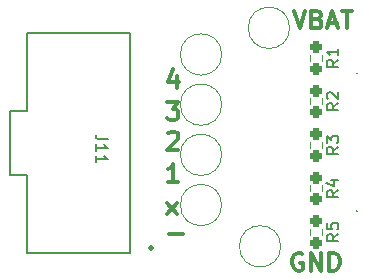
<source format=gbr>
%TF.GenerationSoftware,KiCad,Pcbnew,9.0.0*%
%TF.CreationDate,2025-08-25T22:35:37-05:00*%
%TF.ProjectId,CellSimulatorPCB,43656c6c-5369-46d7-956c-61746f725043,rev?*%
%TF.SameCoordinates,Original*%
%TF.FileFunction,Legend,Top*%
%TF.FilePolarity,Positive*%
%FSLAX46Y46*%
G04 Gerber Fmt 4.6, Leading zero omitted, Abs format (unit mm)*
G04 Created by KiCad (PCBNEW 9.0.0) date 2025-08-25 22:35:37*
%MOMM*%
%LPD*%
G01*
G04 APERTURE LIST*
G04 Aperture macros list*
%AMRoundRect*
0 Rectangle with rounded corners*
0 $1 Rounding radius*
0 $2 $3 $4 $5 $6 $7 $8 $9 X,Y pos of 4 corners*
0 Add a 4 corners polygon primitive as box body*
4,1,4,$2,$3,$4,$5,$6,$7,$8,$9,$2,$3,0*
0 Add four circle primitives for the rounded corners*
1,1,$1+$1,$2,$3*
1,1,$1+$1,$4,$5*
1,1,$1+$1,$6,$7*
1,1,$1+$1,$8,$9*
0 Add four rect primitives between the rounded corners*
20,1,$1+$1,$2,$3,$4,$5,0*
20,1,$1+$1,$4,$5,$6,$7,0*
20,1,$1+$1,$6,$7,$8,$9,0*
20,1,$1+$1,$8,$9,$2,$3,0*%
G04 Aperture macros list end*
%ADD10C,0.300000*%
%ADD11C,0.150000*%
%ADD12C,0.120000*%
%ADD13C,0.100000*%
%ADD14C,0.152400*%
%ADD15C,0.508000*%
%ADD16RoundRect,0.237500X-0.237500X0.250000X-0.237500X-0.250000X0.237500X-0.250000X0.237500X0.250000X0*%
%ADD17C,2.800000*%
%ADD18C,8.115000*%
%ADD19C,1.752600*%
G04 APERTURE END LIST*
D10*
X87411653Y-64300828D02*
X88340225Y-64300828D01*
X88340225Y-64300828D02*
X87840225Y-64872257D01*
X87840225Y-64872257D02*
X88054510Y-64872257D01*
X88054510Y-64872257D02*
X88197368Y-64943685D01*
X88197368Y-64943685D02*
X88268796Y-65015114D01*
X88268796Y-65015114D02*
X88340225Y-65157971D01*
X88340225Y-65157971D02*
X88340225Y-65515114D01*
X88340225Y-65515114D02*
X88268796Y-65657971D01*
X88268796Y-65657971D02*
X88197368Y-65729400D01*
X88197368Y-65729400D02*
X88054510Y-65800828D01*
X88054510Y-65800828D02*
X87625939Y-65800828D01*
X87625939Y-65800828D02*
X87483082Y-65729400D01*
X87483082Y-65729400D02*
X87411653Y-65657971D01*
X87554510Y-75479400D02*
X88697368Y-75479400D01*
X98090225Y-56550828D02*
X98590225Y-58050828D01*
X98590225Y-58050828D02*
X99090225Y-56550828D01*
X100090224Y-57265114D02*
X100304510Y-57336542D01*
X100304510Y-57336542D02*
X100375939Y-57407971D01*
X100375939Y-57407971D02*
X100447367Y-57550828D01*
X100447367Y-57550828D02*
X100447367Y-57765114D01*
X100447367Y-57765114D02*
X100375939Y-57907971D01*
X100375939Y-57907971D02*
X100304510Y-57979400D01*
X100304510Y-57979400D02*
X100161653Y-58050828D01*
X100161653Y-58050828D02*
X99590224Y-58050828D01*
X99590224Y-58050828D02*
X99590224Y-56550828D01*
X99590224Y-56550828D02*
X100090224Y-56550828D01*
X100090224Y-56550828D02*
X100233082Y-56622257D01*
X100233082Y-56622257D02*
X100304510Y-56693685D01*
X100304510Y-56693685D02*
X100375939Y-56836542D01*
X100375939Y-56836542D02*
X100375939Y-56979400D01*
X100375939Y-56979400D02*
X100304510Y-57122257D01*
X100304510Y-57122257D02*
X100233082Y-57193685D01*
X100233082Y-57193685D02*
X100090224Y-57265114D01*
X100090224Y-57265114D02*
X99590224Y-57265114D01*
X101018796Y-57622257D02*
X101733082Y-57622257D01*
X100875939Y-58050828D02*
X101375939Y-56550828D01*
X101375939Y-56550828D02*
X101875939Y-58050828D01*
X102161653Y-56550828D02*
X103018796Y-56550828D01*
X102590224Y-58050828D02*
X102590224Y-56550828D01*
X87411653Y-73800828D02*
X88197368Y-72800828D01*
X87411653Y-72800828D02*
X88197368Y-73800828D01*
X88197368Y-62050828D02*
X88197368Y-63050828D01*
X87840225Y-61479400D02*
X87483082Y-62550828D01*
X87483082Y-62550828D02*
X88411653Y-62550828D01*
X98840225Y-77122257D02*
X98697368Y-77050828D01*
X98697368Y-77050828D02*
X98483082Y-77050828D01*
X98483082Y-77050828D02*
X98268796Y-77122257D01*
X98268796Y-77122257D02*
X98125939Y-77265114D01*
X98125939Y-77265114D02*
X98054510Y-77407971D01*
X98054510Y-77407971D02*
X97983082Y-77693685D01*
X97983082Y-77693685D02*
X97983082Y-77907971D01*
X97983082Y-77907971D02*
X98054510Y-78193685D01*
X98054510Y-78193685D02*
X98125939Y-78336542D01*
X98125939Y-78336542D02*
X98268796Y-78479400D01*
X98268796Y-78479400D02*
X98483082Y-78550828D01*
X98483082Y-78550828D02*
X98625939Y-78550828D01*
X98625939Y-78550828D02*
X98840225Y-78479400D01*
X98840225Y-78479400D02*
X98911653Y-78407971D01*
X98911653Y-78407971D02*
X98911653Y-77907971D01*
X98911653Y-77907971D02*
X98625939Y-77907971D01*
X99554510Y-78550828D02*
X99554510Y-77050828D01*
X99554510Y-77050828D02*
X100411653Y-78550828D01*
X100411653Y-78550828D02*
X100411653Y-77050828D01*
X101125939Y-78550828D02*
X101125939Y-77050828D01*
X101125939Y-77050828D02*
X101483082Y-77050828D01*
X101483082Y-77050828D02*
X101697368Y-77122257D01*
X101697368Y-77122257D02*
X101840225Y-77265114D01*
X101840225Y-77265114D02*
X101911654Y-77407971D01*
X101911654Y-77407971D02*
X101983082Y-77693685D01*
X101983082Y-77693685D02*
X101983082Y-77907971D01*
X101983082Y-77907971D02*
X101911654Y-78193685D01*
X101911654Y-78193685D02*
X101840225Y-78336542D01*
X101840225Y-78336542D02*
X101697368Y-78479400D01*
X101697368Y-78479400D02*
X101483082Y-78550828D01*
X101483082Y-78550828D02*
X101125939Y-78550828D01*
X87483082Y-66943685D02*
X87554510Y-66872257D01*
X87554510Y-66872257D02*
X87697368Y-66800828D01*
X87697368Y-66800828D02*
X88054510Y-66800828D01*
X88054510Y-66800828D02*
X88197368Y-66872257D01*
X88197368Y-66872257D02*
X88268796Y-66943685D01*
X88268796Y-66943685D02*
X88340225Y-67086542D01*
X88340225Y-67086542D02*
X88340225Y-67229400D01*
X88340225Y-67229400D02*
X88268796Y-67443685D01*
X88268796Y-67443685D02*
X87411653Y-68300828D01*
X87411653Y-68300828D02*
X88340225Y-68300828D01*
X88340225Y-71050828D02*
X87483082Y-71050828D01*
X87911653Y-71050828D02*
X87911653Y-69550828D01*
X87911653Y-69550828D02*
X87768796Y-69765114D01*
X87768796Y-69765114D02*
X87625939Y-69907971D01*
X87625939Y-69907971D02*
X87483082Y-69979400D01*
D11*
X101884819Y-71766666D02*
X101408628Y-72099999D01*
X101884819Y-72338094D02*
X100884819Y-72338094D01*
X100884819Y-72338094D02*
X100884819Y-71957142D01*
X100884819Y-71957142D02*
X100932438Y-71861904D01*
X100932438Y-71861904D02*
X100980057Y-71814285D01*
X100980057Y-71814285D02*
X101075295Y-71766666D01*
X101075295Y-71766666D02*
X101218152Y-71766666D01*
X101218152Y-71766666D02*
X101313390Y-71814285D01*
X101313390Y-71814285D02*
X101361009Y-71861904D01*
X101361009Y-71861904D02*
X101408628Y-71957142D01*
X101408628Y-71957142D02*
X101408628Y-72338094D01*
X101218152Y-70909523D02*
X101884819Y-70909523D01*
X100837200Y-71147618D02*
X101551485Y-71385713D01*
X101551485Y-71385713D02*
X101551485Y-70766666D01*
X101884819Y-60704166D02*
X101408628Y-61037499D01*
X101884819Y-61275594D02*
X100884819Y-61275594D01*
X100884819Y-61275594D02*
X100884819Y-60894642D01*
X100884819Y-60894642D02*
X100932438Y-60799404D01*
X100932438Y-60799404D02*
X100980057Y-60751785D01*
X100980057Y-60751785D02*
X101075295Y-60704166D01*
X101075295Y-60704166D02*
X101218152Y-60704166D01*
X101218152Y-60704166D02*
X101313390Y-60751785D01*
X101313390Y-60751785D02*
X101361009Y-60799404D01*
X101361009Y-60799404D02*
X101408628Y-60894642D01*
X101408628Y-60894642D02*
X101408628Y-61275594D01*
X101884819Y-59751785D02*
X101884819Y-60323213D01*
X101884819Y-60037499D02*
X100884819Y-60037499D01*
X100884819Y-60037499D02*
X101027676Y-60132737D01*
X101027676Y-60132737D02*
X101122914Y-60227975D01*
X101122914Y-60227975D02*
X101170533Y-60323213D01*
X82345180Y-67440476D02*
X81630895Y-67440476D01*
X81630895Y-67440476D02*
X81488038Y-67392857D01*
X81488038Y-67392857D02*
X81392800Y-67297619D01*
X81392800Y-67297619D02*
X81345180Y-67154762D01*
X81345180Y-67154762D02*
X81345180Y-67059524D01*
X81345180Y-68440476D02*
X81345180Y-67869048D01*
X81345180Y-68154762D02*
X82345180Y-68154762D01*
X82345180Y-68154762D02*
X82202323Y-68059524D01*
X82202323Y-68059524D02*
X82107085Y-67964286D01*
X82107085Y-67964286D02*
X82059466Y-67869048D01*
X81345180Y-69392857D02*
X81345180Y-68821429D01*
X81345180Y-69107143D02*
X82345180Y-69107143D01*
X82345180Y-69107143D02*
X82202323Y-69011905D01*
X82202323Y-69011905D02*
X82107085Y-68916667D01*
X82107085Y-68916667D02*
X82059466Y-68821429D01*
X101884819Y-75454166D02*
X101408628Y-75787499D01*
X101884819Y-76025594D02*
X100884819Y-76025594D01*
X100884819Y-76025594D02*
X100884819Y-75644642D01*
X100884819Y-75644642D02*
X100932438Y-75549404D01*
X100932438Y-75549404D02*
X100980057Y-75501785D01*
X100980057Y-75501785D02*
X101075295Y-75454166D01*
X101075295Y-75454166D02*
X101218152Y-75454166D01*
X101218152Y-75454166D02*
X101313390Y-75501785D01*
X101313390Y-75501785D02*
X101361009Y-75549404D01*
X101361009Y-75549404D02*
X101408628Y-75644642D01*
X101408628Y-75644642D02*
X101408628Y-76025594D01*
X100884819Y-74549404D02*
X100884819Y-75025594D01*
X100884819Y-75025594D02*
X101361009Y-75073213D01*
X101361009Y-75073213D02*
X101313390Y-75025594D01*
X101313390Y-75025594D02*
X101265771Y-74930356D01*
X101265771Y-74930356D02*
X101265771Y-74692261D01*
X101265771Y-74692261D02*
X101313390Y-74597023D01*
X101313390Y-74597023D02*
X101361009Y-74549404D01*
X101361009Y-74549404D02*
X101456247Y-74501785D01*
X101456247Y-74501785D02*
X101694342Y-74501785D01*
X101694342Y-74501785D02*
X101789580Y-74549404D01*
X101789580Y-74549404D02*
X101837200Y-74597023D01*
X101837200Y-74597023D02*
X101884819Y-74692261D01*
X101884819Y-74692261D02*
X101884819Y-74930356D01*
X101884819Y-74930356D02*
X101837200Y-75025594D01*
X101837200Y-75025594D02*
X101789580Y-75073213D01*
X101884819Y-64391666D02*
X101408628Y-64724999D01*
X101884819Y-64963094D02*
X100884819Y-64963094D01*
X100884819Y-64963094D02*
X100884819Y-64582142D01*
X100884819Y-64582142D02*
X100932438Y-64486904D01*
X100932438Y-64486904D02*
X100980057Y-64439285D01*
X100980057Y-64439285D02*
X101075295Y-64391666D01*
X101075295Y-64391666D02*
X101218152Y-64391666D01*
X101218152Y-64391666D02*
X101313390Y-64439285D01*
X101313390Y-64439285D02*
X101361009Y-64486904D01*
X101361009Y-64486904D02*
X101408628Y-64582142D01*
X101408628Y-64582142D02*
X101408628Y-64963094D01*
X100980057Y-64010713D02*
X100932438Y-63963094D01*
X100932438Y-63963094D02*
X100884819Y-63867856D01*
X100884819Y-63867856D02*
X100884819Y-63629761D01*
X100884819Y-63629761D02*
X100932438Y-63534523D01*
X100932438Y-63534523D02*
X100980057Y-63486904D01*
X100980057Y-63486904D02*
X101075295Y-63439285D01*
X101075295Y-63439285D02*
X101170533Y-63439285D01*
X101170533Y-63439285D02*
X101313390Y-63486904D01*
X101313390Y-63486904D02*
X101884819Y-64058332D01*
X101884819Y-64058332D02*
X101884819Y-63439285D01*
X101884819Y-68079166D02*
X101408628Y-68412499D01*
X101884819Y-68650594D02*
X100884819Y-68650594D01*
X100884819Y-68650594D02*
X100884819Y-68269642D01*
X100884819Y-68269642D02*
X100932438Y-68174404D01*
X100932438Y-68174404D02*
X100980057Y-68126785D01*
X100980057Y-68126785D02*
X101075295Y-68079166D01*
X101075295Y-68079166D02*
X101218152Y-68079166D01*
X101218152Y-68079166D02*
X101313390Y-68126785D01*
X101313390Y-68126785D02*
X101361009Y-68174404D01*
X101361009Y-68174404D02*
X101408628Y-68269642D01*
X101408628Y-68269642D02*
X101408628Y-68650594D01*
X100884819Y-67745832D02*
X100884819Y-67126785D01*
X100884819Y-67126785D02*
X101265771Y-67460118D01*
X101265771Y-67460118D02*
X101265771Y-67317261D01*
X101265771Y-67317261D02*
X101313390Y-67222023D01*
X101313390Y-67222023D02*
X101361009Y-67174404D01*
X101361009Y-67174404D02*
X101456247Y-67126785D01*
X101456247Y-67126785D02*
X101694342Y-67126785D01*
X101694342Y-67126785D02*
X101789580Y-67174404D01*
X101789580Y-67174404D02*
X101837200Y-67222023D01*
X101837200Y-67222023D02*
X101884819Y-67317261D01*
X101884819Y-67317261D02*
X101884819Y-67602975D01*
X101884819Y-67602975D02*
X101837200Y-67698213D01*
X101837200Y-67698213D02*
X101789580Y-67745832D01*
D12*
%TO.C,R4*%
X99477500Y-71345276D02*
X99477500Y-71854724D01*
X100522500Y-71345276D02*
X100522500Y-71854724D01*
%TO.C,TP11*%
X92000000Y-64500000D02*
G75*
G02*
X88500000Y-64500000I-1750000J0D01*
G01*
X88500000Y-64500000D02*
G75*
G02*
X92000000Y-64500000I1750000J0D01*
G01*
%TO.C,TP9*%
X92000000Y-73000000D02*
G75*
G02*
X88500000Y-73000000I-1750000J0D01*
G01*
X88500000Y-73000000D02*
G75*
G02*
X92000000Y-73000000I1750000J0D01*
G01*
%TO.C,TP13*%
X97000000Y-76500000D02*
G75*
G02*
X93500000Y-76500000I-1750000J0D01*
G01*
X93500000Y-76500000D02*
G75*
G02*
X97000000Y-76500000I1750000J0D01*
G01*
D13*
%TO.C,J2*%
X103350000Y-73500000D02*
X103350000Y-73500000D01*
X103450000Y-73500000D02*
X103450000Y-73500000D01*
X103350000Y-73500000D02*
G75*
G02*
X103450000Y-73500000I50000J0D01*
G01*
X103450000Y-73500000D02*
G75*
G02*
X103350000Y-73500000I-50000J0D01*
G01*
D12*
%TO.C,R1*%
X99477500Y-60282776D02*
X99477500Y-60792224D01*
X100522500Y-60282776D02*
X100522500Y-60792224D01*
%TO.C,TP14*%
X97750000Y-58000000D02*
G75*
G02*
X94250000Y-58000000I-1750000J0D01*
G01*
X94250000Y-58000000D02*
G75*
G02*
X97750000Y-58000000I1750000J0D01*
G01*
D14*
%TO.C,J11*%
X74046989Y-65019500D02*
X74046989Y-70480500D01*
X74046989Y-70480500D02*
X75494789Y-70480500D01*
X75494789Y-65019500D02*
X74046989Y-65019500D01*
X75494789Y-70480500D02*
X75494801Y-77097200D01*
X75494801Y-58402800D02*
X75494789Y-65019500D01*
X75494801Y-77097200D02*
X84207000Y-77097200D01*
X84207000Y-58402800D02*
X75494801Y-58402800D01*
X84207000Y-77097200D02*
X84207000Y-58402800D01*
D15*
X86000001Y-76650000D02*
X86000001Y-76650000D01*
X86000001Y-76650000D01*
X86000001Y-76650000D01*
X86000001Y-76650000D01*
X86000001Y-76650000D01*
X86000001Y-76650001D01*
X86000001Y-76650001D01*
X86000001Y-76650001D01*
X86000001Y-76650001D01*
X86000001Y-76650001D01*
X86000001Y-76650001D01*
X86000001Y-76650001D01*
X86000000Y-76650001D01*
X86000000Y-76650001D01*
X86000000Y-76650001D01*
X86000000Y-76650001D01*
X86000000Y-76650001D01*
X86000000Y-76650001D01*
X86000000Y-76650001D01*
X86000000Y-76650001D01*
X86000000Y-76650001D01*
X86000000Y-76650001D01*
X86000000Y-76650001D01*
X86000000Y-76650001D01*
X85999999Y-76650001D01*
X85999999Y-76650001D01*
X85999999Y-76650001D01*
X85999999Y-76650001D01*
X85999999Y-76650001D01*
X85999999Y-76650001D01*
X85999999Y-76650000D01*
X85999999Y-76650000D01*
X85999999Y-76650000D01*
X85999999Y-76650000D01*
X85999999Y-76650000D01*
X85999999Y-76650000D01*
X85999999Y-76650000D02*
X85999999Y-76650000D01*
X85999999Y-76650000D01*
X85999999Y-76650000D01*
X85999999Y-76650000D01*
X85999999Y-76650000D01*
X85999999Y-76650000D01*
X85999999Y-76649999D01*
X85999999Y-76649999D01*
X85999999Y-76649999D01*
X85999999Y-76649999D01*
X85999999Y-76649999D01*
X86000000Y-76649999D01*
X86000000Y-76649999D01*
X86000000Y-76649999D01*
X86000000Y-76649999D01*
X86000000Y-76649999D01*
X86000000Y-76649999D01*
X86000000Y-76649999D01*
X86000000Y-76649999D01*
X86000000Y-76649999D01*
X86000000Y-76649999D01*
X86000000Y-76649999D01*
X86000000Y-76649999D01*
X86000001Y-76649999D01*
X86000001Y-76649999D01*
X86000001Y-76649999D01*
X86000001Y-76649999D01*
X86000001Y-76649999D01*
X86000001Y-76649999D01*
X86000001Y-76650000D01*
X86000001Y-76650000D01*
X86000001Y-76650000D01*
X86000001Y-76650000D01*
X86000001Y-76650000D01*
X86000001Y-76650000D01*
X86000001Y-76650000D01*
D12*
%TO.C,TP12*%
X92000000Y-60250000D02*
G75*
G02*
X88500000Y-60250000I-1750000J0D01*
G01*
X88500000Y-60250000D02*
G75*
G02*
X92000000Y-60250000I1750000J0D01*
G01*
D13*
%TO.C,J1*%
X103350000Y-61835000D02*
X103350000Y-61835000D01*
X103450000Y-61835000D02*
X103450000Y-61835000D01*
X103350000Y-61835000D02*
G75*
G02*
X103450000Y-61835000I50000J0D01*
G01*
X103450000Y-61835000D02*
G75*
G02*
X103350000Y-61835000I-50000J0D01*
G01*
D12*
%TO.C,R5*%
X99477500Y-75032776D02*
X99477500Y-75542224D01*
X100522500Y-75032776D02*
X100522500Y-75542224D01*
%TO.C,TP10*%
X92000000Y-68750000D02*
G75*
G02*
X88500000Y-68750000I-1750000J0D01*
G01*
X88500000Y-68750000D02*
G75*
G02*
X92000000Y-68750000I1750000J0D01*
G01*
%TO.C,R2*%
X99477500Y-63970276D02*
X99477500Y-64479724D01*
X100522500Y-63970276D02*
X100522500Y-64479724D01*
%TO.C,R3*%
X99477500Y-67657776D02*
X99477500Y-68167224D01*
X100522500Y-67657776D02*
X100522500Y-68167224D01*
%TD*%
%LPC*%
D16*
%TO.C,R4*%
X100000000Y-70687500D03*
X100000000Y-72512500D03*
%TD*%
D17*
%TO.C,TP11*%
X90250000Y-64500000D03*
%TD*%
%TO.C,TP9*%
X90250000Y-73000000D03*
%TD*%
%TO.C,TP13*%
X95250000Y-76500000D03*
%TD*%
D18*
%TO.C,J2*%
X108250000Y-73500000D03*
%TD*%
D16*
%TO.C,R1*%
X100000000Y-59625000D03*
X100000000Y-61450000D03*
%TD*%
D17*
%TO.C,TP14*%
X96000000Y-58000000D03*
%TD*%
D19*
%TO.C,J11*%
X86000000Y-75250000D03*
X86000000Y-72750000D03*
X86000000Y-70250000D03*
X86000000Y-67750000D03*
X86000000Y-65250000D03*
X86000000Y-62750000D03*
X86000000Y-60250000D03*
%TD*%
D17*
%TO.C,TP12*%
X90250000Y-60250000D03*
%TD*%
D18*
%TO.C,J1*%
X108250000Y-61835000D03*
%TD*%
D16*
%TO.C,R5*%
X100000000Y-74375000D03*
X100000000Y-76200000D03*
%TD*%
D17*
%TO.C,TP10*%
X90250000Y-68750000D03*
%TD*%
D16*
%TO.C,R2*%
X100000000Y-63312500D03*
X100000000Y-65137500D03*
%TD*%
%TO.C,R3*%
X100000000Y-67000000D03*
X100000000Y-68825000D03*
%TD*%
%LPD*%
M02*

</source>
